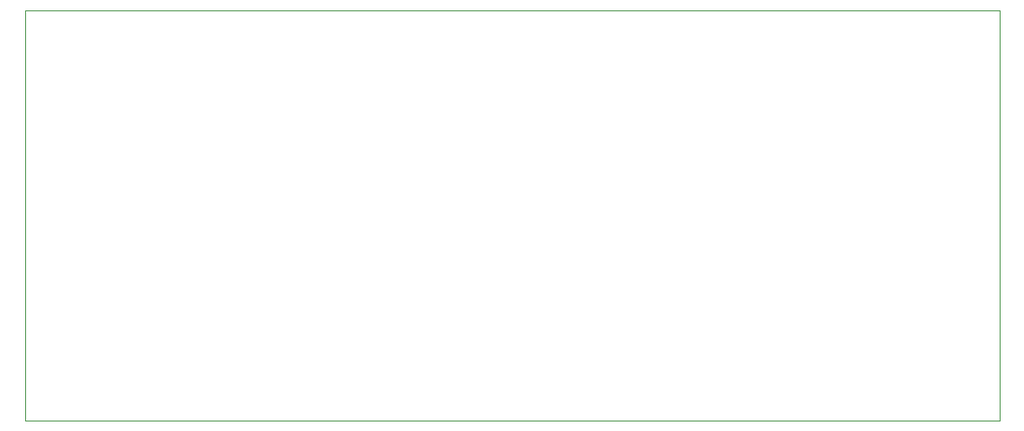
<source format=gm1>
G04 #@! TF.GenerationSoftware,KiCad,Pcbnew,(7.0.0)*
G04 #@! TF.CreationDate,2023-03-01T02:56:27+01:00*
G04 #@! TF.ProjectId,Extracteur_Air_PcFan_5v,45787472-6163-4746-9575-725f4169725f,1.0*
G04 #@! TF.SameCoordinates,Original*
G04 #@! TF.FileFunction,Profile,NP*
%FSLAX46Y46*%
G04 Gerber Fmt 4.6, Leading zero omitted, Abs format (unit mm)*
G04 Created by KiCad (PCBNEW (7.0.0)) date 2023-03-01 02:56:27*
%MOMM*%
%LPD*%
G01*
G04 APERTURE LIST*
G04 #@! TA.AperFunction,Profile*
%ADD10C,0.100000*%
G04 #@! TD*
G04 APERTURE END LIST*
D10*
X70000000Y-60000000D02*
X165000000Y-60000000D01*
X165000000Y-60000000D02*
X165000000Y-100000000D01*
X165000000Y-100000000D02*
X70000000Y-100000000D01*
X70000000Y-100000000D02*
X70000000Y-60000000D01*
M02*

</source>
